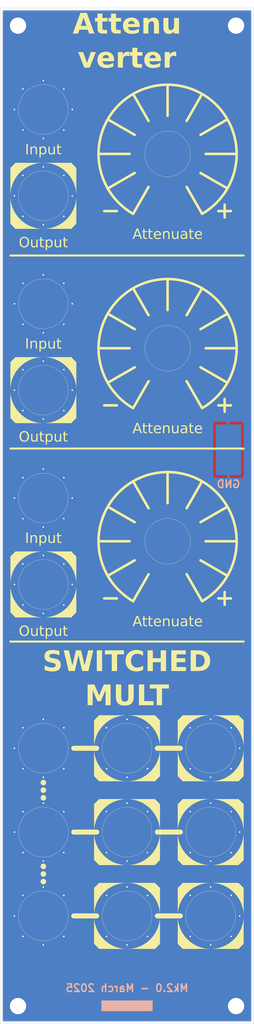
<source format=kicad_pcb>
(kicad_pcb (version 20241229) (generator "pcbnew") (generator_version "9.0")
  (title_block (title "Kosmo Format Front Panel - 5 cm") (company "DMH Instruments"))
  (layers (0 "F.Cu" signal) (2 "B.Cu" signal) (13 "F.Paste" user) (15 "B.Paste" user) (5 "F.SilkS" user "F.Silkscreen") (7 "B.SilkS" user "B.Silkscreen") (1 "F.Mask" user) (3 "B.Mask" user) (25 "Edge.Cuts" user))
  (net 0 "")
  (net 1 "GND")
  (footprint "SynthStuff:MountingHole_Rails" (layer "F.Cu") (at 53.5 226.5)
    (property "Reference" "H3")
    (property "Value" "MountingHole_Rails" (hide yes))
    (pad "1" thru_hole circle (at 0 0) (size 4 4) (drill 3.2) (layers "*.Cu" "*.Mask") (net 1 "GND"))
  )
  (footprint "SynthStuff:Jack_6.35mm_Cutout_v3" (layer "F.Cu") (at 58.5 192.25)
    (property "Reference" "H23")
    (property "Value" "Input" (hide yes))
    (fp_circle (center 0 0) (end 0 -4.9) (stroke (width 0.05)) (fill no) (layer "Edge.Cuts"))
    (pad "1" thru_hole circle (at -5.7 0) (size 0.5 0.5) (drill 0.3) (layers "*.Cu" "*.Mask") (net 1 "GND"))
    (pad "1" thru_hole circle (at -4.04 -4.03) (size 0.5 0.5) (drill 0.3) (layers "*.Cu" "*.Mask") (net 1 "GND"))
    (pad "1" thru_hole circle (at -4.03 4.04) (size 0.5 0.5) (drill 0.3) (layers "*.Cu" "*.Mask") (net 1 "GND"))
    (pad "1" thru_hole circle (at 0 -5.7) (size 0.5 0.5) (drill 0.3) (layers "*.Cu" "*.Mask") (net 1 "GND"))
    (pad "1" connect circle (at 0 0) (size 12 12) (layers "F.Cu" "F.Mask") (net 1 "GND"))
    (pad "1" connect circle (at 0 0) (size 12 12) (layers "B.Cu" "B.Mask") (net 1 "GND"))
    (pad "1" thru_hole circle (at 0 5.7) (size 0.5 0.5) (drill 0.3) (layers "*.Cu" "*.Mask") (net 1 "GND"))
    (pad "1" thru_hole circle (at 4.03 4.04) (size 0.5 0.5) (drill 0.3) (layers "*.Cu" "*.Mask") (net 1 "GND"))
    (pad "1" thru_hole circle (at 4.04 -4.03) (size 0.5 0.5) (drill 0.3) (layers "*.Cu" "*.Mask") (net 1 "GND"))
    (pad "1" thru_hole circle (at 5.7 0) (size 0.5 0.5) (drill 0.3) (layers "*.Cu" "*.Mask") (net 1 "GND"))
  )
  (footprint "SynthStuff:Jack_6.35mm_Cutout_Output_v6" (layer "F.Cu") (at 75 208.75)
    (property "Reference" "H27")
    (property "Value" "Output" (hide yes))
    (fp_poly (pts (xy -6.5 5.5) (arc (start -6.5 0) (mid -4.596194 4.596194) (end 0 6.5)) (xy -5.5 6.5)) (fill yes) (layer "F.SilkS"))
    (fp_poly (pts (xy -5.5 -6.5) (arc (start 0 -6.5) (mid -4.596194 -4.596194) (end -6.5 0)) (xy -6.5 -5.5)) (fill yes) (layer "F.SilkS"))
    (fp_poly (pts (xy 5.5 6.5) (arc (start 0 6.5) (mid 4.596194 4.596194) (end 6.5 0)) (xy 6.5 5.5)) (fill yes) (layer "F.SilkS"))
    (fp_poly (pts (xy 6.5 -5.5) (arc (start 6.5 0) (mid 4.596194 -4.596194) (end 0 -6.5)) (xy 5.5 -6.5)) (fill yes) (layer "F.SilkS"))
    (fp_circle (center 0 0) (end 0 -4.9) (stroke (width 0.05)) (fill no) (layer "Edge.Cuts"))
    (pad "1" thru_hole circle (at -5.7 0) (size 0.5 0.5) (drill 0.3) (layers "*.Cu" "*.Mask") (net 1 "GND"))
    (pad "1" thru_hole circle (at -4.04 -4.03) (size 0.5 0.5) (drill 0.3) (layers "*.Cu" "*.Mask") (net 1 "GND"))
    (pad "1" thru_hole circle (at -4.03 4.04) (size 0.5 0.5) (drill 0.3) (layers "*.Cu" "*.Mask") (net 1 "GND"))
    (pad "1" thru_hole circle (at 0 -5.7) (size 0.5 0.5) (drill 0.3) (layers "*.Cu" "*.Mask") (net 1 "GND"))
    (pad "1" connect circle (at 0 0) (size 12 12) (layers "F.Cu" "F.Mask") (net 1 "GND"))
    (pad "1" connect circle (at 0 0) (size 12 12) (layers "B.Cu" "B.Mask") (net 1 "GND"))
    (pad "1" thru_hole circle (at 0 5.7) (size 0.5 0.5) (drill 0.3) (layers "*.Cu" "*.Mask") (net 1 "GND"))
    (pad "1" thru_hole circle (at 4.03 4.04) (size 0.5 0.5) (drill 0.3) (layers "*.Cu" "*.Mask") (net 1 "GND"))
    (pad "1" thru_hole circle (at 4.04 -4.03) (size 0.5 0.5) (drill 0.3) (layers "*.Cu" "*.Mask") (net 1 "GND"))
    (pad "1" thru_hole circle (at 5.7 0) (size 0.5 0.5) (drill 0.3) (layers "*.Cu" "*.Mask") (net 1 "GND"))
  )
  (footprint "SynthStuff:Jack_6.35mm_Cutout_Output_v6" (layer "F.Cu") (at 58.5 143.5)
    (property "Reference" "H12")
    (property "Value" "Output" (at 0 9.3 0) (layer "F.SilkS") (effects (font (size 2 2))))
    (fp_poly (pts (xy -6.5 5.5) (arc (start -6.5 0) (mid -4.596194 4.596194) (end 0 6.5)) (xy -5.5 6.5)) (fill yes) (layer "F.SilkS"))
    (fp_poly (pts (xy -5.5 -6.5) (arc (start 0 -6.5) (mid -4.596194 -4.596194) (end -6.5 0)) (xy -6.5 -5.5)) (fill yes) (layer "F.SilkS"))
    (fp_poly (pts (xy 5.5 6.5) (arc (start 0 6.5) (mid 4.596194 4.596194) (end 6.5 0)) (xy 6.5 5.5)) (fill yes) (layer "F.SilkS"))
    (fp_poly (pts (xy 6.5 -5.5) (arc (start 6.5 0) (mid 4.596194 -4.596194) (end 0 -6.5)) (xy 5.5 -6.5)) (fill yes) (layer "F.SilkS"))
    (fp_circle (center 0 0) (end 0 -4.9) (stroke (width 0.05)) (fill no) (layer "Edge.Cuts"))
    (pad "1" thru_hole circle (at -5.7 0) (size 0.5 0.5) (drill 0.3) (layers "*.Cu" "*.Mask") (net 1 "GND"))
    (pad "1" thru_hole circle (at -4.04 -4.03) (size 0.5 0.5) (drill 0.3) (layers "*.Cu" "*.Mask") (net 1 "GND"))
    (pad "1" thru_hole circle (at -4.03 4.04) (size 0.5 0.5) (drill 0.3) (layers "*.Cu" "*.Mask") (net 1 "GND"))
    (pad "1" thru_hole circle (at 0 -5.7) (size 0.5 0.5) (drill 0.3) (layers "*.Cu" "*.Mask") (net 1 "GND"))
    (pad "1" connect circle (at 0 0) (size 12 12) (layers "F.Cu" "F.Mask") (net 1 "GND"))
    (pad "1" connect circle (at 0 0) (size 12 12) (layers "B.Cu" "B.Mask") (net 1 "GND"))
    (pad "1" thru_hole circle (at 0 5.7) (size 0.5 0.5) (drill 0.3) (layers "*.Cu" "*.Mask") (net 1 "GND"))
    (pad "1" thru_hole circle (at 4.03 4.04) (size 0.5 0.5) (drill 0.3) (layers "*.Cu" "*.Mask") (net 1 "GND"))
    (pad "1" thru_hole circle (at 4.04 -4.03) (size 0.5 0.5) (drill 0.3) (layers "*.Cu" "*.Mask") (net 1 "GND"))
    (pad "1" thru_hole circle (at 5.7 0) (size 0.5 0.5) (drill 0.3) (layers "*.Cu" "*.Mask") (net 1 "GND"))
  )
  (footprint "SynthStuff:Jack_6.35mm_Cutout_v3" (layer "F.Cu") (at 58.5 50)
    (property "Reference" "H5")
    (property "Value" "Input" (at 0 8 0) (layer "F.SilkS") (effects (font (size 2 2))))
    (fp_circle (center 0 0) (end 0 -4.9) (stroke (width 0.05)) (fill no) (layer "Edge.Cuts"))
    (pad "1" thru_hole circle (at -5.7 0) (size 0.5 0.5) (drill 0.3) (layers "*.Cu" "*.Mask") (net 1 "GND"))
    (pad "1" thru_hole circle (at -4.04 -4.03) (size 0.5 0.5) (drill 0.3) (layers "*.Cu" "*.Mask") (net 1 "GND"))
    (pad "1" thru_hole circle (at -4.03 4.04) (size 0.5 0.5) (drill 0.3) (layers "*.Cu" "*.Mask") (net 1 "GND"))
    (pad "1" thru_hole circle (at 0 -5.7) (size 0.5 0.5) (drill 0.3) (layers "*.Cu" "*.Mask") (net 1 "GND"))
    (pad "1" connect circle (at 0 0) (size 12 12) (layers "F.Cu" "F.Mask") (net 1 "GND"))
    (pad "1" connect circle (at 0 0) (size 12 12) (layers "B.Cu" "B.Mask") (net 1 "GND"))
    (pad "1" thru_hole circle (at 0 5.7) (size 0.5 0.5) (drill 0.3) (layers "*.Cu" "*.Mask") (net 1 "GND"))
    (pad "1" thru_hole circle (at 4.03 4.04) (size 0.5 0.5) (drill 0.3) (layers "*.Cu" "*.Mask") (net 1 "GND"))
    (pad "1" thru_hole circle (at 4.04 -4.03) (size 0.5 0.5) (drill 0.3) (layers "*.Cu" "*.Mask") (net 1 "GND"))
    (pad "1" thru_hole circle (at 5.7 0) (size 0.5 0.5) (drill 0.3) (layers "*.Cu" "*.Mask") (net 1 "GND"))
  )
  (footprint "SynthStuff:Jack_6.35mm_Cutout_Output_v6" (layer "F.Cu") (at 91.5 175.75)
    (property "Reference" "H22")
    (property "Value" "Output" (hide yes))
    (fp_poly (pts (xy -6.5 5.5) (arc (start -6.5 0) (mid -4.596194 4.596194) (end 0 6.5)) (xy -5.5 6.5)) (fill yes) (layer "F.SilkS"))
    (fp_poly (pts (xy -5.5 -6.5) (arc (start 0 -6.5) (mid -4.596194 -4.596194) (end -6.5 0)) (xy -6.5 -5.5)) (fill yes) (layer "F.SilkS"))
    (fp_poly (pts (xy 5.5 6.5) (arc (start 0 6.5) (mid 4.596194 4.596194) (end 6.5 0)) (xy 6.5 5.5)) (fill yes) (layer "F.SilkS"))
    (fp_poly (pts (xy 6.5 -5.5) (arc (start 6.5 0) (mid 4.596194 -4.596194) (end 0 -6.5)) (xy 5.5 -6.5)) (fill yes) (layer "F.SilkS"))
    (fp_circle (center 0 0) (end 0 -4.9) (stroke (width 0.05)) (fill no) (layer "Edge.Cuts"))
    (pad "1" thru_hole circle (at -5.7 0) (size 0.5 0.5) (drill 0.3) (layers "*.Cu" "*.Mask") (net 1 "GND"))
    (pad "1" thru_hole circle (at -4.04 -4.03) (size 0.5 0.5) (drill 0.3) (layers "*.Cu" "*.Mask") (net 1 "GND"))
    (pad "1" thru_hole circle (at -4.03 4.04) (size 0.5 0.5) (drill 0.3) (layers "*.Cu" "*.Mask") (net 1 "GND"))
    (pad "1" thru_hole circle (at 0 -5.7) (size 0.5 0.5) (drill 0.3) (layers "*.Cu" "*.Mask") (net 1 "GND"))
    (pad "1" connect circle (at 0 0) (size 12 12) (layers "F.Cu" "F.Mask") (net 1 "GND"))
    (pad "1" connect circle (at 0 0) (size 12 12) (layers "B.Cu" "B.Mask") (net 1 "GND"))
    (pad "1" thru_hole circle (at 0 5.7) (size 0.5 0.5) (drill 0.3) (layers "*.Cu" "*.Mask") (net 1 "GND"))
    (pad "1" thru_hole circle (at 4.03 4.04) (size 0.5 0.5) (drill 0.3) (layers "*.Cu" "*.Mask") (net 1 "GND"))
    (pad "1" thru_hole circle (at 4.04 -4.03) (size 0.5 0.5) (drill 0.3) (layers "*.Cu" "*.Mask") (net 1 "GND"))
    (pad "1" thru_hole circle (at 5.7 0) (size 0.5 0.5) (drill 0.3) (layers "*.Cu" "*.Mask") (net 1 "GND"))
  )
  (footprint "SynthStuff:Jack_6.35mm_Cutout_Output_v6" (layer "F.Cu") (at 75 192.25)
    (property "Reference" "H24")
    (property "Value" "Output" (hide yes))
    (fp_poly (pts (xy -6.5 5.5) (arc (start -6.5 0) (mid -4.596194 4.596194) (end 0 6.5)) (xy -5.5 6.5)) (fill yes) (layer "F.SilkS"))
    (fp_poly (pts (xy -5.5 -6.5) (arc (start 0 -6.5) (mid -4.596194 -4.596194) (end -6.5 0)) (xy -6.5 -5.5)) (fill yes) (layer "F.SilkS"))
    (fp_poly (pts (xy 5.5 6.5) (arc (start 0 6.5) (mid 4.596194 4.596194) (end 6.5 0)) (xy 6.5 5.5)) (fill yes) (layer "F.SilkS"))
    (fp_poly (pts (xy 6.5 -5.5) (arc (start 6.5 0) (mid 4.596194 -4.596194) (end 0 -6.5)) (xy 5.5 -6.5)) (fill yes) (layer "F.SilkS"))
    (fp_circle (center 0 0) (end 0 -4.9) (stroke (width 0.05)) (fill no) (layer "Edge.Cuts"))
    (pad "1" thru_hole circle (at -5.7 0) (size 0.5 0.5) (drill 0.3) (layers "*.Cu" "*.Mask") (net 1 "GND"))
    (pad "1" thru_hole circle (at -4.04 -4.03) (size 0.5 0.5) (drill 0.3) (layers "*.Cu" "*.Mask") (net 1 "GND"))
    (pad "1" thru_hole circle (at -4.03 4.04) (size 0.5 0.5) (drill 0.3) (layers "*.Cu" "*.Mask") (net 1 "GND"))
    (pad "1" thru_hole circle (at 0 -5.7) (size 0.5 0.5) (drill 0.3) (layers "*.Cu" "*.Mask") (net 1 "GND"))
    (pad "1" connect circle (at 0 0) (size 12 12) (layers "F.Cu" "F.Mask") (net 1 "GND"))
    (pad "1" connect circle (at 0 0) (size 12 12) (layers "B.Cu" "B.Mask") (net 1 "GND"))
    (pad "1" thru_hole circle (at 0 5.7) (size 0.5 0.5) (drill 0.3) (layers "*.Cu" "*.Mask") (net 1 "GND"))
    (pad "1" thru_hole circle (at 4.03 4.04) (size 0.5 0.5) (drill 0.3) (layers "*.Cu" "*.Mask") (net 1 "GND"))
    (pad "1" thru_hole circle (at 4.04 -4.03) (size 0.5 0.5) (drill 0.3) (layers "*.Cu" "*.Mask") (net 1 "GND"))
    (pad "1" thru_hole circle (at 5.7 0) (size 0.5 0.5) (drill 0.3) (layers "*.Cu" "*.Mask") (net 1 "GND"))
  )
  (footprint "SynthStuff:Jack_6.35mm_Cutout_v3" (layer "F.Cu") (at 58.5 88.25)
    (property "Reference" "H8")
    (property "Value" "Input" (at 0 8 0) (layer "F.SilkS") (effects (font (size 2 2))))
    (fp_circle (center 0 0) (end 0 -4.9) (stroke (width 0.05)) (fill no) (layer "Edge.Cuts"))
    (pad "1" thru_hole circle (at -5.7 0) (size 0.5 0.5) (drill 0.3) (layers "*.Cu" "*.Mask") (net 1 "GND"))
    (pad "1" thru_hole circle (at -4.04 -4.03) (size 0.5 0.5) (drill 0.3) (layers "*.Cu" "*.Mask") (net 1 "GND"))
    (pad "1" thru_hole circle (at -4.03 4.04) (size 0.5 0.5) (drill 0.3) (layers "*.Cu" "*.Mask") (net 1 "GND"))
    (pad "1" thru_hole circle (at 0 -5.7) (size 0.5 0.5) (drill 0.3) (layers "*.Cu" "*.Mask") (net 1 "GND"))
    (pad "1" connect circle (at 0 0) (size 12 12) (layers "F.Cu" "F.Mask") (net 1 "GND"))
    (pad "1" connect circle (at 0 0) (size 12 12) (layers "B.Cu" "B.Mask") (net 1 "GND"))
    (pad "1" thru_hole circle (at 0 5.7) (size 0.5 0.5) (drill 0.3) (layers "*.Cu" "*.Mask") (net 1 "GND"))
    (pad "1" thru_hole circle (at 4.03 4.04) (size 0.5 0.5) (drill 0.3) (layers "*.Cu" "*.Mask") (net 1 "GND"))
    (pad "1" thru_hole circle (at 4.04 -4.03) (size 0.5 0.5) (drill 0.3) (layers "*.Cu" "*.Mask") (net 1 "GND"))
    (pad "1" thru_hole circle (at 5.7 0) (size 0.5 0.5) (drill 0.3) (layers "*.Cu" "*.Mask") (net 1 "GND"))
  )
  (footprint "SynthStuff:Jack_6.35mm_Cutout_v3" (layer "F.Cu") (at 58.5 208.75)
    (property "Reference" "H26")
    (property "Value" "Input" (hide yes))
    (fp_circle (center 0 0) (end 0 -4.9) (stroke (width 0.05)) (fill no) (layer "Edge.Cuts"))
    (pad "1" thru_hole circle (at -5.7 0) (size 0.5 0.5) (drill 0.3) (layers "*.Cu" "*.Mask") (net 1 "GND"))
    (pad "1" thru_hole circle (at -4.04 -4.03) (size 0.5 0.5) (drill 0.3) (layers "*.Cu" "*.Mask") (net 1 "GND"))
    (pad "1" thru_hole circle (at -4.03 4.04) (size 0.5 0.5) (drill 0.3) (layers "*.Cu" "*.Mask") (net 1 "GND"))
    (pad "1" thru_hole circle (at 0 -5.7) (size 0.5 0.5) (drill 0.3) (layers "*.Cu" "*.Mask") (net 1 "GND"))
    (pad "1" connect circle (at 0 0) (size 12 12) (layers "F.Cu" "F.Mask") (net 1 "GND"))
    (pad "1" connect circle (at 0 0) (size 12 12) (layers "B.Cu" "B.Mask") (net 1 "GND"))
    (pad "1" thru_hole circle (at 0 5.7) (size 0.5 0.5) (drill 0.3) (layers "*.Cu" "*.Mask") (net 1 "GND"))
    (pad "1" thru_hole circle (at 4.03 4.04) (size 0.5 0.5) (drill 0.3) (layers "*.Cu" "*.Mask") (net 1 "GND"))
    (pad "1" thru_hole circle (at 4.04 -4.03) (size 0.5 0.5) (drill 0.3) (layers "*.Cu" "*.Mask") (net 1 "GND"))
    (pad "1" thru_hole circle (at 5.7 0) (size 0.5 0.5) (drill 0.3) (layers "*.Cu" "*.Mask") (net 1 "GND"))
  )
  (footprint "SynthStuff:Pot_Cutout_Small_attv_P110KH1" (layer "F.Cu") (at 83 97)
    (property "Reference" "H10")
    (property "Value" "Attenuate" (at 0 15.9 0) (layer "F.SilkS") (effects (font (size 2 2))))
    (fp_line (start -12.5 11.25) (end -10 11.25) (stroke (width 0.5)) (layer "F.SilkS"))
    (fp_line (start -7.499998 0) (end -13.6 0) (stroke (width 0.5)) (layer "F.SilkS"))
    (fp_line (start -6.49301 -3.753771) (end -11.8 -6.8) (stroke (width 0.5)) (layer "F.SilkS"))
    (fp_line (start -6.49301 3.753772) (end -11.8 6.8) (stroke (width 0.5)) (layer "F.SilkS"))
    (fp_line (start -3.753772 -6.49301) (end -6.8 -11.8) (stroke (width 0.5)) (layer "F.SilkS"))
    (fp_line (start -3.753771 6.49301) (end -6.8 11.8) (stroke (width 0.5)) (layer "F.SilkS"))
    (fp_line (start 0 -7.5) (end -0.003331 -13.619104) (stroke (width 0.5)) (layer "F.SilkS"))
    (fp_line (start 3.753771 -6.49301) (end 6.8 -11.8) (stroke (width 0.5)) (layer "F.SilkS"))
    (fp_line (start 3.753772 6.49301) (end 6.805772 11.796672) (stroke (width 0.5)) (layer "F.SilkS"))
    (fp_line (start 6.49301 -3.753772) (end 11.8 -6.8) (stroke (width 0.5)) (layer "F.SilkS"))
    (fp_line (start 6.49301 3.753771) (end 11.8 6.8) (stroke (width 0.5)) (layer "F.SilkS"))
    (fp_line (start 7.5 0) (end 13.6 0) (stroke (width 0.5)) (layer "F.SilkS"))
    (fp_line (start 10 11.25) (end 12.5 11.25) (stroke (width 0.5)) (layer "F.SilkS"))
    (fp_line (start 11.25 10) (end 11.25 12.5) (stroke (width 0.5)) (layer "F.SilkS"))
    (fp_arc (start -6.8 11.8) (mid -0.003331 -13.619104) (end 6.805772 11.796672) (stroke (width 0.5)) (layer "F.SilkS"))
    (fp_circle (center 0 0) (end 4.5 0) (stroke (width 0.05)) (fill no) (layer "Edge.Cuts"))
    (pad "1" connect circle (at 0 0) (size 12 12) (layers "F.Cu" "F.Mask") (net 1 "GND"))
    (pad "1" connect circle (at 0 0) (size 12 12) (layers "B.Cu" "B.Mask") (net 1 "GND"))
  )
  (footprint "SynthStuff:Jack_6.35mm_Cutout_Output_v6" (layer "F.Cu") (at 91.5 208.75)
    (property "Reference" "H28")
    (property "Value" "Output" (hide yes))
    (fp_poly (pts (xy -6.5 5.5) (arc (start -6.5 0) (mid -4.596194 4.596194) (end 0 6.5)) (xy -5.5 6.5)) (fill yes) (layer "F.SilkS"))
    (fp_poly (pts (xy -5.5 -6.5) (arc (start 0 -6.5) (mid -4.596194 -4.596194) (end -6.5 0)) (xy -6.5 -5.5)) (fill yes) (layer "F.SilkS"))
    (fp_poly (pts (xy 5.5 6.5) (arc (start 0 6.5) (mid 4.596194 4.596194) (end 6.5 0)) (xy 6.5 5.5)) (fill yes) (layer "F.SilkS"))
    (fp_poly (pts (xy 6.5 -5.5) (arc (start 6.5 0) (mid 4.596194 -4.596194) (end 0 -6.5)) (xy 5.5 -6.5)) (fill yes) (layer "F.SilkS"))
    (fp_circle (center 0 0) (end 0 -4.9) (stroke (width 0.05)) (fill no) (layer "Edge.Cuts"))
    (pad "1" thru_hole circle (at -5.7 0) (size 0.5 0.5) (drill 0.3) (layers "*.Cu" "*.Mask") (net 1 "GND"))
    (pad "1" thru_hole circle (at -4.04 -4.03) (size 0.5 0.5) (drill 0.3) (layers "*.Cu" "*.Mask") (net 1 "GND"))
    (pad "1" thru_hole circle (at -4.03 4.04) (size 0.5 0.5) (drill 0.3) (layers "*.Cu" "*.Mask") (net 1 "GND"))
    (pad "1" thru_hole circle (at 0 -5.7) (size 0.5 0.5) (drill 0.3) (layers "*.Cu" "*.Mask") (net 1 "GND"))
    (pad "1" connect circle (at 0 0) (size 12 12) (layers "F.Cu" "F.Mask") (net 1 "GND"))
    (pad "1" connect circle (at 0 0) (size 12 12) (layers "B.Cu" "B.Mask") (net 1 "GND"))
    (pad "1" thru_hole circle (at 0 5.7) (size 0.5 0.5) (drill 0.3) (layers "*.Cu" "*.Mask") (net 1 "GND"))
    (pad "1" thru_hole circle (at 4.03 4.04) (size 0.5 0.5) (drill 0.3) (layers "*.Cu" "*.Mask") (net 1 "GND"))
    (pad "1" thru_hole circle (at 4.04 -4.03) (size 0.5 0.5) (drill 0.3) (layers "*.Cu" "*.Mask") (net 1 "GND"))
    (pad "1" thru_hole circle (at 5.7 0) (size 0.5 0.5) (drill 0.3) (layers "*.Cu" "*.Mask") (net 1 "GND"))
  )
  (footprint "SynthStuff:Jack_6.35mm_Cutout_Output_v6" (layer "F.Cu") (at 75 175.75)
    (property "Reference" "H21")
    (property "Value" "Output" (hide yes))
    (fp_poly (pts (xy -6.5 5.5) (arc (start -6.5 0) (mid -4.596194 4.596194) (end 0 6.5)) (xy -5.5 6.5)) (fill yes) (layer "F.SilkS"))
    (fp_poly (pts (xy -5.5 -6.5) (arc (start 0 -6.5) (mid -4.596194 -4.596194) (end -6.5 0)) (xy -6.5 -5.5)) (fill yes) (layer "F.SilkS"))
    (fp_poly (pts (xy 5.5 6.5) (arc (start 0 6.5) (mid 4.596194 4.596194) (end 6.5 0)) (xy 6.5 5.5)) (fill yes) (layer "F.SilkS"))
    (fp_poly (pts (xy 6.5 -5.5) (arc (start 6.5 0) (mid 4.596194 -4.596194) (end 0 -6.5)) (xy 5.5 -6.5)) (fill yes) (layer "F.SilkS"))
    (fp_circle (center 0 0) (end 0 -4.9) (stroke (width 0.05)) (fill no) (layer "Edge.Cuts"))
    (pad "1" thru_hole circle (at -5.7 0) (size 0.5 0.5) (drill 0.3) (layers "*.Cu" "*.Mask") (net 1 "GND"))
    (pad "1" thru_hole circle (at -4.04 -4.03) (size 0.5 0.5) (drill 0.3) (layers "*.Cu" "*.Mask") (net 1 "GND"))
    (pad "1" thru_hole circle (at -4.03 4.04) (size 0.5 0.5) (drill 0.3) (layers "*.Cu" "*.Mask") (net 1 "GND"))
    (pad "1" thru_hole circle (at 0 -5.7) (size 0.5 0.5) (drill 0.3) (layers "*.Cu" "*.Mask") (net 1 "GND"))
    (pad "1" connect circle (at 0 0) (size 12 12) (layers "F.Cu" "F.Mask") (net 1 "GND"))
    (pad "1" connect circle (at 0 0) (size 12 12) (layers "B.Cu" "B.Mask") (net 1 "GND"))
    (pad "1" thru_hole circle (at 0 5.7) (size 0.5 0.5) (drill 0.3) (layers "*.Cu" "*.Mask") (net 1 "GND"))
    (pad "1" thru_hole circle (at 4.03 4.04) (size 0.5 0.5) (drill 0.3) (layers "*.Cu" "*.Mask") (net 1 "GND"))
    (pad "1" thru_hole circle (at 4.04 -4.03) (size 0.5 0.5) (drill 0.3) (layers "*.Cu" "*.Mask") (net 1 "GND"))
    (pad "1" thru_hole circle (at 5.7 0) (size 0.5 0.5) (drill 0.3) (layers "*.Cu" "*.Mask") (net 1 "GND"))
  )
  (footprint "SynthStuff:Jack_6.35mm_Cutout_Output_v6" (layer "F.Cu") (at 91.5 192.25)
    (property "Reference" "H25")
    (property "Value" "Output" (hide yes))
    (fp_poly (pts (xy -6.5 5.5) (arc (start -6.5 0) (mid -4.596194 4.596194) (end 0 6.5)) (xy -5.5 6.5)) (fill yes) (layer "F.SilkS"))
    (fp_poly (pts (xy -5.5 -6.5) (arc (start 0 -6.5) (mid -4.596194 -4.596194) (end -6.5 0)) (xy -6.5 -5.5)) (fill yes) (layer "F.SilkS"))
    (fp_poly (pts (xy 5.5 6.5) (arc (start 0 6.5) (mid 4.596194 4.596194) (end 6.5 0)) (xy 6.5 5.5)) (fill yes) (layer "F.SilkS"))
    (fp_poly (pts (xy 6.5 -5.5) (arc (start 6.5 0) (mid 4.596194 -4.596194) (end 0 -6.5)) (xy 5.5 -6.5)) (fill yes) (layer "F.SilkS"))
    (fp_circle (center 0 0) (end 0 -4.9) (stroke (width 0.05)) (fill no) (layer "Edge.Cuts"))
    (pad "1" thru_hole circle (at -5.7 0) (size 0.5 0.5) (drill 0.3) (layers "*.Cu" "*.Mask") (net 1 "GND"))
    (pad "1" thru_hole circle (at -4.04 -4.03) (size 0.5 0.5) (drill 0.3) (layers "*.Cu" "*.Mask") (net 1 "GND"))
    (pad "1" thru_hole circle (at -4.03 4.04) (size 0.5 0.5) (drill 0.3) (layers "*.Cu" "*.Mask") (net 1 "GND"))
    (pad "1" thru_hole circle (at 0 -5.7) (size 0.5 0.5) (drill 0.3) (layers "*.Cu" "*.Mask") (net 1 "GND"))
    (pad "1" connect circle (at 0 0) (size 12 12) (layers "F.Cu" "F.Mask") (net 1 "GND"))
    (pad "1" connect circle (at 0 0) (size 12 12) (layers "B.Cu" "B.Mask") (net 1 "GND"))
    (pad "1" thru_hole circle (at 0 5.7) (size 0.5 0.5) (drill 0.3) (layers "*.Cu" "*.Mask") (net 1 "GND"))
    (pad "1" thru_hole circle (at 4.03 4.04) (size 0.5 0.5) (drill 0.3) (layers "*.Cu" "*.Mask") (net 1 "GND"))
    (pad "1" thru_hole circle (at 4.04 -4.03) (size 0.5 0.5) (drill 0.3) (layers "*.Cu" "*.Mask") (net 1 "GND"))
    (pad "1" thru_hole circle (at 5.7 0) (size 0.5 0.5) (drill 0.3) (layers "*.Cu" "*.Mask") (net 1 "GND"))
  )
  (footprint "SynthStuff:Jack_6.35mm_Cutout_v3" (layer "F.Cu") (at 58.5 126.5)
    (property "Reference" "H11")
    (property "Value" "Input" (at 0 8 0) (layer "F.SilkS") (effects (font (size 2 2))))
    (fp_circle (center 0 0) (end 0 -4.9) (stroke (width 0.05)) (fill no) (layer "Edge.Cuts"))
    (pad "1" thru_hole circle (at -5.7 0) (size 0.5 0.5) (drill 0.3) (layers "*.Cu" "*.Mask") (net 1 "GND"))
    (pad "1" thru_hole circle (at -4.04 -4.03) (size 0.5 0.5) (drill 0.3) (layers "*.Cu" "*.Mask") (net 1 "GND"))
    (pad "1" thru_hole circle (at -4.03 4.04) (size 0.5 0.5) (drill 0.3) (layers "*.Cu" "*.Mask") (net 1 "GND"))
    (pad "1" thru_hole circle (at 0 -5.7) (size 0.5 0.5) (drill 0.3) (layers "*.Cu" "*.Mask") (net 1 "GND"))
    (pad "1" connect circle (at 0 0) (size 12 12) (layers "F.Cu" "F.Mask") (net 1 "GND"))
    (pad "1" connect circle (at 0 0) (size 12 12) (layers "B.Cu" "B.Mask") (net 1 "GND"))
    (pad "1" thru_hole circle (at 0 5.7) (size 0.5 0.5) (drill 0.3) (layers "*.Cu" "*.Mask") (net 1 "GND"))
    (pad "1" thru_hole circle (at 4.03 4.04) (size 0.5 0.5) (drill 0.3) (layers "*.Cu" "*.Mask") (net 1 "GND"))
    (pad "1" thru_hole circle (at 4.04 -4.03) (size 0.5 0.5) (drill 0.3) (layers "*.Cu" "*.Mask") (net 1 "GND"))
    (pad "1" thru_hole circle (at 5.7 0) (size 0.5 0.5) (drill 0.3) (layers "*.Cu" "*.Mask") (net 1 "GND"))
  )
  (footprint "SynthStuff:Jack_6.35mm_Cutout_Output_v6" (layer "F.Cu") (at 58.5 105.25)
    (property "Reference" "H9")
    (property "Value" "Output" (at 0 9.3 0) (layer "F.SilkS") (effects (font (size 2 2))))
    (fp_poly (pts (xy -6.5 5.5) (arc (start -6.5 0) (mid -4.596194 4.596194) (end 0 6.5)) (xy -5.5 6.5)) (fill yes) (layer "F.SilkS"))
    (fp_poly (pts (xy -5.5 -6.5) (arc (start 0 -6.5) (mid -4.596194 -4.596194) (end -6.5 0)) (xy -6.5 -5.5)) (fill yes) (layer "F.SilkS"))
    (fp_poly (pts (xy 5.5 6.5) (arc (start 0 6.5) (mid 4.596194 4.596194) (end 6.5 0)) (xy 6.5 5.5)) (fill yes) (layer "F.SilkS"))
    (fp_poly (pts (xy 6.5 -5.5) (arc (start 6.5 0) (mid 4.596194 -4.596194) (end 0 -6.5)) (xy 5.5 -6.5)) (fill yes) (layer "F.SilkS"))
    (fp_circle (center 0 0) (end 0 -4.9) (stroke (width 0.05)) (fill no) (layer "Edge.Cuts"))
    (pad "1" thru_hole circle (at -5.7 0) (size 0.5 0.5) (drill 0.3) (layers "*.Cu" "*.Mask") (net 1 "GND"))
    (pad "1" thru_hole circle (at -4.04 -4.03) (size 0.5 0.5) (drill 0.3) (layers "*.Cu" "*.Mask") (net 1 "GND"))
    (pad "1" thru_hole circle (at -4.03 4.04) (size 0.5 0.5) (drill 0.3) (layers "*.Cu" "*.Mask") (net 1 "GND"))
    (pad "1" thru_hole circle (at 0 -5.7) (size 0.5 0.5) (drill 0.3) (layers "*.Cu" "*.Mask") (net 1 "GND"))
    (pad "1" connect circle (at 0 0) (size 12 12) (layers "F.Cu" "F.Mask") (net 1 "GND"))
    (pad "1" connect circle (at 0 0) (size 12 12) (layers "B.Cu" "B.Mask") (net 1 "GND"))
    (pad "1" thru_hole circle (at 0 5.7) (size 0.5 0.5) (drill 0.3) (layers "*.Cu" "*.Mask") (net 1 "GND"))
    (pad "1" thru_hole circle (at 4.03 4.04) (size 0.5 0.5) (drill 0.3) (layers "*.Cu" "*.Mask") (net 1 "GND"))
    (pad "1" thru_hole circle (at 4.04 -4.03) (size 0.5 0.5) (drill 0.3) (layers "*.Cu" "*.Mask") (net 1 "GND"))
    (pad "1" thru_hole circle (at 5.7 0) (size 0.5 0.5) (drill 0.3) (layers "*.Cu" "*.Mask") (net 1 "GND"))
  )
  (footprint "SynthStuff:Pot_Cutout_Small_attv_P110KH1" (layer "F.Cu") (at 83 58.75)
    (property "Reference" "H7")
    (property "Value" "Attenuate" (at 0 15.9 0) (layer "F.SilkS") (effects (font (size 2 2))))
    (fp_line (start -12.5 11.25) (end -10 11.25) (stroke (width 0.5)) (layer "F.SilkS"))
    (fp_line (start -7.499998 0) (end -13.6 0) (stroke (width 0.5)) (layer "F.SilkS"))
    (fp_line (start -6.49301 -3.753771) (end -11.8 -6.8) (stroke (width 0.5)) (layer "F.SilkS"))
    (fp_line (start -6.49301 3.753772) (end -11.8 6.8) (stroke (width 0.5)) (layer "F.SilkS"))
    (fp_line (start -3.753772 -6.49301) (end -6.8 -11.8) (stroke (width 0.5)) (layer "F.SilkS"))
    (fp_line (start -3.753771 6.49301) (end -6.8 11.8) (stroke (width 0.5)) (layer "F.SilkS"))
    (fp_line (start 0 -7.5) (end -0.003331 -13.619104) (stroke (width 0.5)) (layer "F.SilkS"))
    (fp_line (start 3.753771 -6.49301) (end 6.8 -11.8) (stroke (width 0.5)) (layer "F.SilkS"))
    (fp_line (start 3.753772 6.49301) (end 6.805772 11.796672) (stroke (width 0.5)) (layer "F.SilkS"))
    (fp_line (start 6.49301 -3.753772) (end 11.8 -6.8) (stroke (width 0.5)) (layer "F.SilkS"))
    (fp_line (start 6.49301 3.753771) (end 11.8 6.8) (stroke (width 0.5)) (layer "F.SilkS"))
    (fp_line (start 7.5 0) (end 13.6 0) (stroke (width 0.5)) (layer "F.SilkS"))
    (fp_line (start 10 11.25) (end 12.5 11.25) (stroke (width 0.5)) (layer "F.SilkS"))
    (fp_line (start 11.25 10) (end 11.25 12.5) (stroke (width 0.5)) (layer "F.SilkS"))
    (fp_arc (start -6.8 11.8) (mid -0.003331 -13.619104) (end 6.805772 11.796672) (stroke (width 0.5)) (layer "F.SilkS"))
    (fp_circle (center 0 0) (end 4.5 0) (stroke (width 0.05)) (fill no) (layer "Edge.Cuts"))
    (pad "1" connect circle (at 0 0) (size 12 12) (layers "F.Cu" "F.Mask") (net 1 "GND"))
    (pad "1" connect circle (at 0 0) (size 12 12) (layers "B.Cu" "B.Mask") (net 1 "GND"))
  )
  (footprint "SynthStuff:MountingHole_Rails" (layer "F.Cu") (at 96.5 33.5)
    (property "Reference" "H2")
    (property "Value" "MountingHole_Rails" (hide yes))
    (pad "1" thru_hole circle (at 0 0) (size 4 4) (drill 3.2) (layers "*.Cu" "*.Mask") (net 1 "GND"))
  )
  (footprint "SynthStuff:MountingHole_Rails" (layer "F.Cu") (at 96.5 226.5)
    (property "Reference" "H4")
    (property "Value" "MountingHole_Rails" (hide yes))
    (pad "1" thru_hole circle (at 0 0) (size 4 4) (drill 3.2) (layers "*.Cu" "*.Mask") (net 1 "GND"))
  )
  (footprint "SynthStuff:Jack_6.35mm_Cutout_v3" (layer "F.Cu") (at 58.5 175.75)
    (property "Reference" "H20")
    (property "Value" "Input" (hide yes))
    (fp_circle (center 0 0) (end 0 -4.9) (stroke (width 0.05)) (fill no) (layer "Edge.Cuts"))
    (pad "1" thru_hole circle (at -5.7 0) (size 0.5 0.5) (drill 0.3) (layers "*.Cu" "*.Mask") (net 1 "GND"))
    (pad "1" thru_hole circle (at -4.04 -4.03) (size 0.5 0.5) (drill 0.3) (layers "*.Cu" "*.Mask") (net 1 "GND"))
    (pad "1" thru_hole circle (at -4.03 4.04) (size 0.5 0.5) (drill 0.3) (layers "*.Cu" "*.Mask") (net 1 "GND"))
    (pad "1" thru_hole circle (at 0 -5.7) (size 0.5 0.5) (drill 0.3) (layers "*.Cu" "*.Mask") (net 1 "GND"))
    (pad "1" connect circle (at 0 0) (size 12 12) (layers "F.Cu" "F.Mask") (net 1 "GND"))
    (pad "1" connect circle (at 0 0) (size 12 12) (layers "B.Cu" "B.Mask") (net 1 "GND"))
    (pad "1" thru_hole circle (at 0 5.7) (size 0.5 0.5) (drill 0.3) (layers "*.Cu" "*.Mask") (net 1 "GND"))
    (pad "1" thru_hole circle (at 4.03 4.04) (size 0.5 0.5) (drill 0.3) (layers "*.Cu" "*.Mask") (net 1 "GND"))
    (pad "1" thru_hole circle (at 4.04 -4.03) (size 0.5 0.5) (drill 0.3) (layers "*.Cu" "*.Mask") (net 1 "GND"))
    (pad "1" thru_hole circle (at 5.7 0) (size 0.5 0.5) (drill 0.3) (layers "*.Cu" "*.Mask") (net 1 "GND"))
  )
  (footprint "SynthStuff:Jack_6.35mm_Cutout_Output_v6" (layer "F.Cu") (at 58.5 67)
    (property "Reference" "H6")
    (property "Value" "Output" (at 0 9.3 0) (layer "F.SilkS") (effects (font (size 2 2))))
    (fp_poly (pts (xy -6.5 5.5) (arc (start -6.5 0) (mid -4.596194 4.596194) (end 0 6.5)) (xy -5.5 6.5)) (fill yes) (layer "F.SilkS"))
    (fp_poly (pts (xy -5.5 -6.5) (arc (start 0 -6.5) (mid -4.596194 -4.596194) (end -6.5 0)) (xy -6.5 -5.5)) (fill yes) (layer "F.SilkS"))
    (fp_poly (pts (xy 5.5 6.5) (arc (start 0 6.5) (mid 4.596194 4.596194) (end 6.5 0)) (xy 6.5 5.5)) (fill yes) (layer "F.SilkS"))
    (fp_poly (pts (xy 6.5 -5.5) (arc (start 6.5 0) (mid 4.596194 -4.596194) (end 0 -6.5)) (xy 5.5 -6.5)) (fill yes) (layer "F.SilkS"))
    (fp_circle (center 0 0) (end 0 -4.9) (stroke (width 0.05)) (fill no) (layer "Edge.Cuts"))
    (pad "1" thru_hole circle (at -5.7 0) (size 0.5 0.5) (drill 0.3) (layers "*.Cu" "*.Mask") (net 1 "GND"))
    (pad "1" thru_hole circle (at -4.04 -4.03) (size 0.5 0.5) (drill 0.3) (layers "*.Cu" "*.Mask") (net 1 "GND"))
    (pad "1" thru_hole circle (at -4.03 4.04) (size 0.5 0.5) (drill 0.3) (layers "*.Cu" "*.Mask") (net 1 "GND"))
    (pad "1" thru_hole circle (at 0 -5.7) (size 0.5 0.5) (drill 0.3) (layers "*.Cu" "*.Mask") (net 1 "GND"))
    (pad "1" connect circle (at 0 0) (size 12 12) (layers "F.Cu" "F.Mask") (net 1 "GND"))
    (pad "1" connect circle (at 0 0) (size 12 12) (layers "B.Cu" "B.Mask") (net 1 "GND"))
    (pad "1" thru_hole circle (at 0 5.7) (size 0.5 0.5) (drill 0.3) (layers "*.Cu" "*.Mask") (net 1 "GND"))
    (pad "1" thru_hole circle (at 4.03 4.04) (size 0.5 0.5) (drill 0.3) (layers "*.Cu" "*.Mask") (net 1 "GND"))
    (pad "1" thru_hole circle (at 4.04 -4.03) (size 0.5 0.5) (drill 0.3) (layers "*.Cu" "*.Mask") (net 1 "GND"))
    (pad "1" thru_hole circle (at 5.7 0) (size 0.5 0.5) (drill 0.3) (layers "*.Cu" "*.Mask") (net 1 "GND"))
  )
  (footprint "SynthStuff:MountingHole_Rails" (layer "F.Cu") (at 53.5 33.5)
    (property "Reference" "H1")
    (property "Value" "MountingHole_Rails" (hide yes))
    (pad "1" thru_hole circle (at 0 0) (size 4 4) (drill 3.2) (layers "*.Cu" "*.Mask") (net 1 "GND"))
  )
  (footprint "SynthStuff:Pot_Cutout_Small_attv_P110KH1" (layer "F.Cu") (at 83 135)
    (property "Reference" "H13")
    (property "Value" "Attenuate" (at 0 15.9 0) (layer "F.SilkS") (effects (font (size 2 2))))
    (fp_line (start -12.5 11.25) (end -10 11.25) (stroke (width 0.5)) (layer "F.SilkS"))
    (fp_line (start -7.499998 0) (end -13.6 0) (stroke (width 0.5)) (layer "F.SilkS"))
    (fp_line (start -6.49301 -3.753771) (end -11.8 -6.8) (stroke (width 0.5)) (layer "F.SilkS"))
    (fp_line (start -6.49301 3.753772) (end -11.8 6.8) (stroke (width 0.5)) (layer "F.SilkS"))
    (fp_line (start -3.753772 -6.49301) (end -6.8 -11.8) (stroke (width 0.5)) (layer "F.SilkS"))
    (fp_line (start -3.753771 6.49301) (end -6.8 11.8) (stroke (width 0.5)) (layer "F.SilkS"))
    (fp_line (start 0 -7.5) (end -0.003331 -13.619104) (stroke (width 0.5)) (layer "F.SilkS"))
    (fp_line (start 3.753771 -6.49301) (end 6.8 -11.8) (stroke (width 0.5)) (layer "F.SilkS"))
    (fp_line (start 3.753772 6.49301) (end 6.805772 11.796672) (stroke (width 0.5)) (layer "F.SilkS"))
    (fp_line (start 6.49301 -3.753772) (end 11.8 -6.8) (stroke (width 0.5)) (layer "F.SilkS"))
    (fp_line (start 6.49301 3.753771) (end 11.8 6.8) (stroke (width 0.5)) (layer "F.SilkS"))
    (fp_line (start 7.5 0) (end 13.6 0) (stroke (width 0.5)) (layer "F.SilkS"))
    (fp_line (start 10 11.25) (end 12.5 11.25) (stroke (width 0.5)) (layer "F.SilkS"))
    (fp_line (start 11.25 10) (end 11.25 12.5) (stroke (width 0.5)) (layer "F.SilkS"))
    (fp_arc (start -6.8 11.8) (mid -0.003331 -13.619104) (end 6.805772 11.796672) (stroke (width 0.5)) (layer "F.SilkS"))
    (fp_circle (center 0 0) (end 4.5 0) (stroke (width 0.05)) (fill no) (layer "Edge.Cuts"))
    (pad "1" connect circle (at 0 0) (size 12 12) (layers "F.Cu" "F.Mask") (net 1 "GND"))
    (pad "1" connect circle (at 0 0) (size 12 12) (layers "B.Cu" "B.Mask") (net 1 "GND"))
  )
  (footprint "SynthStuff:Panel_GND_SolderWirePad_5x10mm" (layer "B.Cu") (at 95 117 180)
    (property "Reference" "J0" (hide yes))
    (property "Value" "Panel_GND_Solder_Wire_Pad" (hide yes))
    (property "Function" "GND" (at 0 -6.75 0) (layer "B.SilkS") (effects (font (size 1.5 1.5) (thickness 0.3) (bold yes)) (justify mirror)))
    (pad "1" smd rect (at 0 0 180) (size 5 10) (layers "B.Cu" "B.Mask" "B.Paste") (net 1 "GND"))
  )
  (gr_circle (center 58.5 200.5) (end 58.5 200) (stroke (width 0.1)) (fill yes) (layer "F.SilkS"))
  (gr_circle (center 58.5 184) (end 58.5 183.5) (stroke (width 0.1)) (fill yes) (layer "F.SilkS"))
  (gr_line (start 81 192.25) (end 85.5 192.25) (stroke (width 1)) (layer "F.SilkS"))
  (gr_circle (center 58.5 202) (end 58.5 201.5) (stroke (width 0.1)) (fill yes) (layer "F.SilkS"))
  (gr_line (start 64.5 192.25) (end 69 192.25) (stroke (width 1)) (layer "F.SilkS"))
  (gr_circle (center 58.5 182.5) (end 58.5 182) (stroke (width 0.1)) (fill yes) (layer "F.SilkS"))
  (gr_line (start 64.5 208.75) (end 69 208.75) (stroke (width 1)) (layer "F.SilkS"))
  (gr_line (start 52 154.75) (end 98 154.75) (stroke (width 0.4)) (layer "F.SilkS"))
  (gr_circle (center 58.5 199) (end 58.5 198.5) (stroke (width 0.1)) (fill yes) (layer "F.SilkS"))
  (gr_line (start 52 116.75) (end 98 116.75) (stroke (width 0.4)) (layer "F.SilkS"))
  (gr_line (start 81 175.75) (end 85.5 175.75) (stroke (width 1)) (layer "F.SilkS"))
  (gr_line (start 52 78.75) (end 98 78.75) (stroke (width 0.4)) (layer "F.SilkS"))
  (gr_circle (center 58.5 185.5) (end 58.5 185) (stroke (width 0.1)) (fill yes) (layer "F.SilkS"))
  (gr_line (start 64.5 175.75) (end 69 175.75) (stroke (width 1)) (layer "F.SilkS"))
  (gr_line (start 81 208.75) (end 85.5 208.75) (stroke (width 1)) (layer "F.SilkS"))
  (gr_rect (start 70 225.45) (end 80 227.45) (stroke (width 0.1)) (fill yes) (layer "B.SilkS"))
  (gr_rect (start 50 30) (end 100 230) (stroke (width 0.05)) (fill no) (layer "Edge.Cuts"))
  (gr_text "SWITCHED\nMULT" (at 75 162.25 0) (layer "F.SilkS") (effects (font (size 4 4) (thickness 0.8) (bold yes))))
  (gr_text "Attenu\nverter" (at 75 36.75 0) (layer "F.SilkS") (effects (font (size 4 4) (thickness 0.8) (bold yes))))
  (gr_text "Mk2.0 - March 2025" (at 75 222.95 0) (layer "B.SilkS") (effects (font (size 1.5 1.5) (thickness 0.3) (bold yes)) (justify mirror)))
  (zone (net 1) (net_name "GND") (layers "F.Cu" "B.Cu") (name "GroundPlane") (connect_pads yes (clearance 0.5)) (min_thickness 0.25) (fill yes (thermal_gap 0.5) (thermal_bridge_width 0.5))
    (polygon (pts (xy 50 30) (xy 100 30) (xy 100 230) (xy 50 230)))
  )
)
</source>
